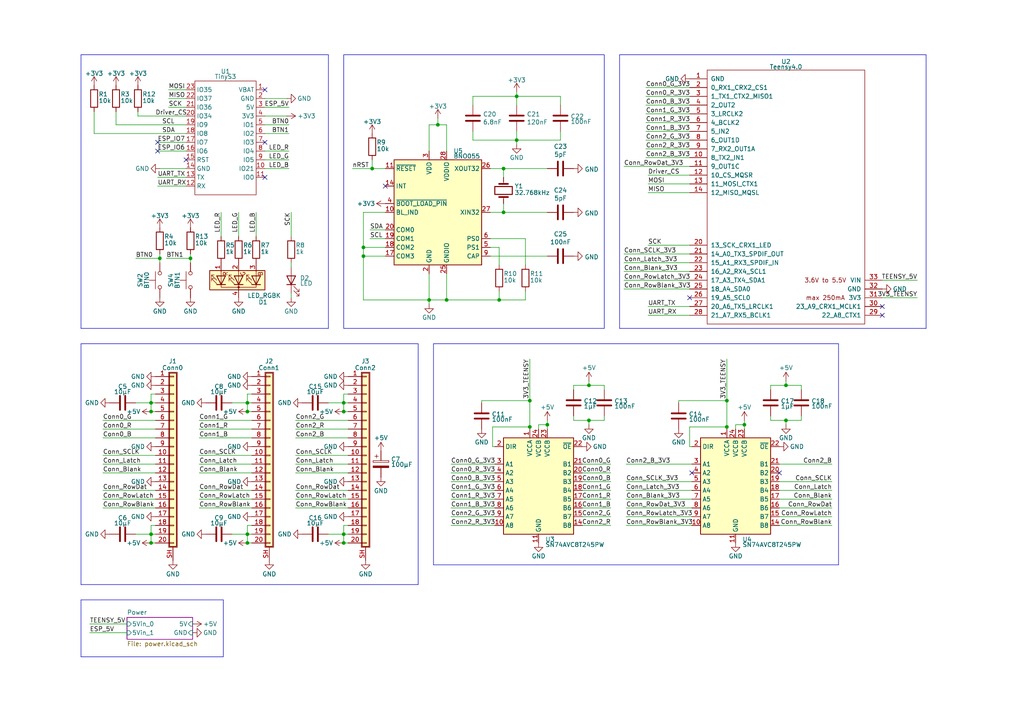
<source format=kicad_sch>
(kicad_sch (version 20220104) (generator eeschema)
  (paper "A4")
  (junction (at 43.815 119.38))
  (junction (at 105.41 71.755))
  (junction (at 71.755 116.84))
  (junction (at 153.67 123.825))
  (junction (at 99.695 154.94))
  (junction (at 149.86 27.94))
  (junction (at 71.755 119.38))
  (junction (at 149.86 40.64))
  (junction (at 170.815 111.76))
  (junction (at 46.355 74.93))
  (junction (at 146.05 61.595))
  (junction (at 105.41 74.295))
  (junction (at 99.695 119.38))
  (junction (at 107.95 48.895))
  (junction (at 144.78 86.995))
  (junction (at 124.46 86.995))
  (junction (at 210.82 116.205))
  (junction (at 227.965 121.92))
  (junction (at 43.815 116.84))
  (junction (at 215.9 123.19))
  (junction (at 210.82 123.825))
  (junction (at 99.695 116.84))
  (junction (at 127 36.195))
  (junction (at 43.815 154.94))
  (junction (at 55.245 74.93))
  (junction (at 129.54 86.995))
  (junction (at 153.67 116.205))
  (junction (at 146.05 48.895))
  (junction (at 43.815 157.48))
  (junction (at 71.755 157.48))
  (junction (at 71.755 154.94))
  (junction (at 170.815 121.92))
  (junction (at 227.965 111.76))
  (junction (at 99.695 157.48))
  (junction (at 158.75 123.19))
  (no_connect (at 200.66 137.16))
  (no_connect (at 200.025 86.36))
  (no_connect (at 53.975 46.355))
  (no_connect (at 45.72 41.275))
  (no_connect (at 45.72 43.815))
  (no_connect (at 226.06 137.16))
  (no_connect (at 111.76 53.975))
  (no_connect (at 76.835 26.035))
  (no_connect (at 255.905 91.44))
  (no_connect (at 255.905 88.9))
  (no_connect (at 76.835 41.275))
  (no_connect (at 76.835 51.435))
  (polyline (pts (xy 23.495 99.695) (xy 23.495 169.545)))
  (wire (pts (xy 124.46 86.995) (xy 124.46 79.375)))
  (wire (pts (xy 180.975 83.82) (xy 200.025 83.82)))
  (wire (pts (xy 162.56 27.94) (xy 149.86 27.94)))
  (wire (pts (xy 130.81 134.62) (xy 143.51 134.62)))
  (wire (pts (xy 43.815 119.38) (xy 43.815 116.84)))
  (wire (pts (xy 46.355 74.93) (xy 46.355 76.2)))
  (wire (pts (xy 29.845 127) (xy 45.085 127)))
  (wire (pts (xy 67.31 154.94) (xy 71.755 154.94)))
  (wire (pts (xy 105.41 61.595) (xy 105.41 71.755)))
  (wire (pts (xy 46.355 48.895) (xy 53.975 48.895)))
  (wire (pts (xy 57.785 134.62) (xy 73.025 134.62)))
  (wire (pts (xy 166.37 113.03) (xy 166.37 111.76)))
  (wire (pts (xy 43.815 157.48) (xy 43.815 154.94)))
  (wire (pts (xy 99.695 152.4) (xy 99.695 154.94)))
  (wire (pts (xy 129.54 36.195) (xy 129.54 43.815)))
  (wire (pts (xy 153.67 123.825) (xy 142.875 123.825)))
  (wire (pts (xy 129.54 86.995) (xy 144.78 86.995)))
  (wire (pts (xy 43.815 116.84) (xy 45.085 116.84)))
  (wire (pts (xy 170.815 111.76) (xy 175.26 111.76)))
  (wire (pts (xy 223.52 111.76) (xy 227.965 111.76)))
  (wire (pts (xy 232.41 111.76) (xy 232.41 113.03)))
  (wire (pts (xy 99.695 154.94) (xy 100.965 154.94)))
  (wire (pts (xy 241.3 149.86) (xy 226.06 149.86)))
  (wire (pts (xy 29.845 121.92) (xy 45.085 121.92)))
  (wire (pts (xy 29.845 134.62) (xy 45.085 134.62)))
  (wire (pts (xy 181.61 134.62) (xy 200.66 134.62)))
  (wire (pts (xy 177.165 149.86) (xy 168.91 149.86)))
  (wire (pts (xy 144.78 84.455) (xy 144.78 86.995)))
  (wire (pts (xy 95.25 116.84) (xy 99.695 116.84)))
  (wire (pts (xy 57.785 142.24) (xy 73.025 142.24)))
  (wire (pts (xy 196.85 116.205) (xy 196.85 116.84)))
  (wire (pts (xy 187.325 25.4) (xy 200.025 25.4)))
  (wire (pts (xy 85.725 144.78) (xy 100.965 144.78)))
  (wire (pts (xy 99.695 116.84) (xy 100.965 116.84)))
  (wire (pts (xy 241.3 134.62) (xy 226.06 134.62)))
  (wire (pts (xy 149.86 41.91) (xy 149.86 40.64)))
  (wire (pts (xy 99.695 114.3) (xy 99.695 116.84)))
  (polyline (pts (xy 23.495 99.695) (xy 121.285 99.695)))
  (wire (pts (xy 85.725 147.32) (xy 100.965 147.32)))
  (wire (pts (xy 142.24 48.895) (xy 146.05 48.895)))
  (wire (pts (xy 130.81 142.24) (xy 143.51 142.24)))
  (wire (pts (xy 142.875 129.54) (xy 143.51 129.54)))
  (wire (pts (xy 127 36.195) (xy 129.54 36.195)))
  (wire (pts (xy 158.75 121.92) (xy 158.75 123.19)))
  (wire (pts (xy 142.24 61.595) (xy 146.05 61.595)))
  (polyline (pts (xy 23.495 173.99) (xy 64.77 173.99)))
  (polyline (pts (xy 23.495 173.99) (xy 23.495 190.5)))
  (wire (pts (xy 149.86 27.94) (xy 149.86 26.67)))
  (polyline (pts (xy 121.285 99.695) (xy 121.285 169.545)))
  (wire (pts (xy 111.76 48.895) (xy 107.95 48.895)))
  (wire (pts (xy 210.82 116.205) (xy 210.82 123.825)))
  (wire (pts (xy 181.61 142.24) (xy 200.66 142.24)))
  (wire (pts (xy 215.9 123.19) (xy 213.36 123.19)))
  (wire (pts (xy 170.815 110.49) (xy 170.815 111.76)))
  (wire (pts (xy 166.37 111.76) (xy 170.815 111.76)))
  (wire (pts (xy 146.05 61.595) (xy 158.75 61.595)))
  (wire (pts (xy 187.325 35.56) (xy 200.025 35.56)))
  (wire (pts (xy 241.3 139.7) (xy 226.06 139.7)))
  (wire (pts (xy 124.46 36.195) (xy 127 36.195)))
  (wire (pts (xy 146.05 48.895) (xy 158.75 48.895)))
  (wire (pts (xy 99.695 157.48) (xy 99.695 154.94)))
  (wire (pts (xy 45.085 119.38) (xy 43.815 119.38)))
  (wire (pts (xy 166.37 121.92) (xy 170.815 121.92)))
  (wire (pts (xy 100.965 152.4) (xy 99.695 152.4)))
  (wire (pts (xy 111.76 66.675) (xy 107.315 66.675)))
  (wire (pts (xy 156.21 123.19) (xy 156.21 124.46)))
  (wire (pts (xy 180.975 76.2) (xy 200.025 76.2)))
  (wire (pts (xy 111.76 69.215) (xy 107.315 69.215)))
  (wire (pts (xy 127 34.29) (xy 127 36.195)))
  (wire (pts (xy 64.135 68.58) (xy 64.135 61.595)))
  (wire (pts (xy 73.025 114.3) (xy 71.755 114.3)))
  (wire (pts (xy 29.845 132.08) (xy 45.085 132.08)))
  (wire (pts (xy 124.46 88.265) (xy 124.46 86.995)))
  (wire (pts (xy 57.785 121.92) (xy 73.025 121.92)))
  (wire (pts (xy 53.975 33.655) (xy 40.005 33.655)))
  (wire (pts (xy 111.76 61.595) (xy 105.41 61.595)))
  (polyline (pts (xy 99.695 15.875) (xy 175.26 15.875)))
  (wire (pts (xy 83.82 48.895) (xy 76.835 48.895)))
  (wire (pts (xy 85.725 142.24) (xy 100.965 142.24)))
  (wire (pts (xy 175.26 121.92) (xy 175.26 120.65)))
  (wire (pts (xy 180.975 73.66) (xy 200.025 73.66)))
  (wire (pts (xy 227.965 121.92) (xy 232.41 121.92)))
  (wire (pts (xy 181.61 139.7) (xy 200.66 139.7)))
  (wire (pts (xy 162.56 30.48) (xy 162.56 27.94)))
  (wire (pts (xy 175.26 111.76) (xy 175.26 113.03)))
  (wire (pts (xy 130.81 152.4) (xy 143.51 152.4)))
  (wire (pts (xy 137.16 40.64) (xy 149.86 40.64)))
  (wire (pts (xy 129.54 79.375) (xy 129.54 86.995)))
  (wire (pts (xy 84.455 76.2) (xy 84.455 77.47)))
  (wire (pts (xy 111.76 74.295) (xy 105.41 74.295)))
  (wire (pts (xy 53.975 41.275) (xy 45.72 41.275)))
  (polyline (pts (xy 175.26 15.875) (xy 175.26 95.25)))
  (wire (pts (xy 26.035 183.515) (xy 36.83 183.515)))
  (wire (pts (xy 130.81 144.78) (xy 143.51 144.78)))
  (polyline (pts (xy 179.705 15.875) (xy 179.705 95.25)))
  (wire (pts (xy 177.165 142.24) (xy 168.91 142.24)))
  (wire (pts (xy 181.61 152.4) (xy 200.66 152.4)))
  (wire (pts (xy 43.815 152.4) (xy 43.815 154.94)))
  (wire (pts (xy 105.41 74.295) (xy 105.41 86.995)))
  (wire (pts (xy 107.95 48.895) (xy 102.235 48.895)))
  (wire (pts (xy 137.16 27.94) (xy 149.86 27.94)))
  (wire (pts (xy 227.965 121.92) (xy 227.965 123.19)))
  (wire (pts (xy 48.895 31.115) (xy 53.975 31.115)))
  (wire (pts (xy 45.085 152.4) (xy 43.815 152.4)))
  (wire (pts (xy 46.355 73.66) (xy 46.355 74.93)))
  (wire (pts (xy 71.755 152.4) (xy 71.755 154.94)))
  (polyline (pts (xy 268.605 15.875) (xy 268.605 95.25)))
  (wire (pts (xy 241.3 144.78) (xy 226.06 144.78)))
  (polyline (pts (xy 99.695 15.875) (xy 99.695 95.25)))
  (wire (pts (xy 73.025 152.4) (xy 71.755 152.4)))
  (wire (pts (xy 130.81 139.7) (xy 143.51 139.7)))
  (polyline (pts (xy 125.73 99.695) (xy 243.205 99.695)))
  (wire (pts (xy 27.305 32.385) (xy 27.305 38.735)))
  (wire (pts (xy 187.96 53.34) (xy 200.025 53.34)))
  (wire (pts (xy 48.895 28.575) (xy 53.975 28.575)))
  (polyline (pts (xy 95.25 15.875) (xy 95.25 95.25)))
  (wire (pts (xy 215.9 121.92) (xy 215.9 123.19)))
  (wire (pts (xy 45.085 157.48) (xy 43.815 157.48)))
  (wire (pts (xy 232.41 121.92) (xy 232.41 120.65)))
  (wire (pts (xy 187.96 55.88) (xy 200.025 55.88)))
  (wire (pts (xy 146.05 59.055) (xy 146.05 61.595)))
  (wire (pts (xy 124.46 86.995) (xy 129.54 86.995)))
  (wire (pts (xy 57.785 147.32) (xy 73.025 147.32)))
  (wire (pts (xy 57.785 137.16) (xy 73.025 137.16)))
  (wire (pts (xy 241.3 142.24) (xy 226.06 142.24)))
  (wire (pts (xy 162.56 40.64) (xy 162.56 38.1)))
  (wire (pts (xy 152.4 69.215) (xy 152.4 76.835)))
  (wire (pts (xy 223.52 120.65) (xy 223.52 121.92)))
  (wire (pts (xy 74.295 68.58) (xy 74.295 61.595)))
  (wire (pts (xy 144.78 76.835) (xy 144.78 71.755)))
  (polyline (pts (xy 64.77 173.99) (xy 64.77 190.5)))
  (wire (pts (xy 100.965 119.38) (xy 99.695 119.38)))
  (wire (pts (xy 105.41 86.995) (xy 124.46 86.995)))
  (wire (pts (xy 241.3 152.4) (xy 226.06 152.4)))
  (wire (pts (xy 142.24 69.215) (xy 152.4 69.215)))
  (wire (pts (xy 255.905 81.28) (xy 266.065 81.28)))
  (wire (pts (xy 29.845 142.24) (xy 45.085 142.24)))
  (wire (pts (xy 29.845 147.32) (xy 45.085 147.32)))
  (polyline (pts (xy 179.705 15.875) (xy 268.605 15.875)))
  (wire (pts (xy 152.4 84.455) (xy 152.4 86.995)))
  (wire (pts (xy 55.245 74.93) (xy 55.245 76.2)))
  (wire (pts (xy 71.755 119.38) (xy 71.755 116.84)))
  (wire (pts (xy 76.835 46.355) (xy 83.82 46.355)))
  (wire (pts (xy 210.82 123.825) (xy 200.025 123.825)))
  (wire (pts (xy 57.785 127) (xy 73.025 127)))
  (wire (pts (xy 39.37 116.84) (xy 43.815 116.84)))
  (wire (pts (xy 180.975 48.26) (xy 200.025 48.26)))
  (wire (pts (xy 177.165 134.62) (xy 168.91 134.62)))
  (wire (pts (xy 153.67 116.205) (xy 153.67 123.825)))
  (wire (pts (xy 187.96 50.8) (xy 200.025 50.8)))
  (wire (pts (xy 57.785 124.46) (xy 73.025 124.46)))
  (wire (pts (xy 111.76 71.755) (xy 105.41 71.755)))
  (wire (pts (xy 71.755 157.48) (xy 71.755 154.94)))
  (wire (pts (xy 187.325 30.48) (xy 200.025 30.48)))
  (wire (pts (xy 139.7 116.205) (xy 153.67 116.205)))
  (wire (pts (xy 177.165 137.16) (xy 168.91 137.16)))
  (wire (pts (xy 107.95 48.895) (xy 107.95 46.355)))
  (wire (pts (xy 55.245 74.93) (xy 48.26 74.93)))
  (wire (pts (xy 33.655 36.195) (xy 53.975 36.195)))
  (wire (pts (xy 187.325 40.64) (xy 200.025 40.64)))
  (wire (pts (xy 158.75 74.295) (xy 142.24 74.295)))
  (wire (pts (xy 85.725 121.92) (xy 100.965 121.92)))
  (wire (pts (xy 130.81 147.32) (xy 143.51 147.32)))
  (wire (pts (xy 223.52 121.92) (xy 227.965 121.92)))
  (wire (pts (xy 153.67 123.825) (xy 153.67 124.46)))
  (wire (pts (xy 187.325 43.18) (xy 200.025 43.18)))
  (wire (pts (xy 200.025 129.54) (xy 200.66 129.54)))
  (wire (pts (xy 57.785 144.78) (xy 73.025 144.78)))
  (wire (pts (xy 29.845 124.46) (xy 45.085 124.46)))
  (wire (pts (xy 84.455 61.595) (xy 84.455 68.58)))
  (wire (pts (xy 137.16 27.94) (xy 137.16 30.48)))
  (wire (pts (xy 149.86 40.64) (xy 162.56 40.64)))
  (wire (pts (xy 181.61 144.78) (xy 200.66 144.78)))
  (wire (pts (xy 33.655 36.195) (xy 33.655 32.385)))
  (wire (pts (xy 36.83 180.975) (xy 26.035 180.975)))
  (wire (pts (xy 241.3 147.32) (xy 226.06 147.32)))
  (polyline (pts (xy 268.605 95.25) (xy 179.705 95.25)))
  (wire (pts (xy 67.31 116.84) (xy 71.755 116.84)))
  (polyline (pts (xy 23.495 15.875) (xy 95.25 15.875)))
  (wire (pts (xy 43.815 154.94) (xy 45.085 154.94)))
  (wire (pts (xy 124.46 43.815) (xy 124.46 36.195)))
  (wire (pts (xy 71.755 114.3) (xy 71.755 116.84)))
  (wire (pts (xy 39.37 154.94) (xy 43.815 154.94)))
  (polyline (pts (xy 243.205 99.695) (xy 243.205 163.83)))
  (wire (pts (xy 153.67 104.14) (xy 153.67 116.205)))
  (wire (pts (xy 84.455 85.09) (xy 84.455 86.36)))
  (wire (pts (xy 100.965 114.3) (xy 99.695 114.3)))
  (wire (pts (xy 255.905 86.36) (xy 266.065 86.36)))
  (wire (pts (xy 139.7 116.205) (xy 139.7 116.84)))
  (wire (pts (xy 130.81 149.86) (xy 143.51 149.86)))
  (wire (pts (xy 100.965 157.48) (xy 99.695 157.48)))
  (polyline (pts (xy 23.495 15.875) (xy 23.495 95.25)))
  (wire (pts (xy 85.725 127) (xy 100.965 127)))
  (wire (pts (xy 53.975 53.975) (xy 45.72 53.975)))
  (wire (pts (xy 27.305 38.735) (xy 53.975 38.735)))
  (wire (pts (xy 76.835 43.815) (xy 83.82 43.815)))
  (polyline (pts (xy 243.205 163.83) (xy 125.73 163.83)))
  (wire (pts (xy 223.52 113.03) (xy 223.52 111.76)))
  (wire (pts (xy 73.025 119.38) (xy 71.755 119.38)))
  (wire (pts (xy 29.845 137.16) (xy 45.085 137.16)))
  (wire (pts (xy 166.37 120.65) (xy 166.37 121.92)))
  (wire (pts (xy 105.41 71.755) (xy 105.41 74.295)))
  (wire (pts (xy 99.695 119.38) (xy 99.695 116.84)))
  (wire (pts (xy 210.82 104.14) (xy 210.82 116.205)))
  (wire (pts (xy 71.755 116.84) (xy 73.025 116.84)))
  (wire (pts (xy 43.815 114.3) (xy 43.815 116.84)))
  (wire (pts (xy 158.75 123.19) (xy 158.75 124.46)))
  (polyline (pts (xy 64.77 190.5) (xy 23.495 190.5)))
  (polyline (pts (xy 175.26 95.25) (xy 99.695 95.25)))
  (wire (pts (xy 55.245 73.66) (xy 55.245 74.93)))
  (wire (pts (xy 215.9 123.19) (xy 215.9 124.46)))
  (wire (pts (xy 46.355 74.93) (xy 39.37 74.93)))
  (wire (pts (xy 177.165 152.4) (xy 168.91 152.4)))
  (wire (pts (xy 85.725 134.62) (xy 100.965 134.62)))
  (wire (pts (xy 53.975 51.435) (xy 45.72 51.435)))
  (polyline (pts (xy 95.25 95.25) (xy 23.495 95.25)))
  (wire (pts (xy 142.875 123.825) (xy 142.875 129.54)))
  (wire (pts (xy 187.325 33.02) (xy 200.025 33.02)))
  (wire (pts (xy 196.85 116.205) (xy 210.82 116.205)))
  (wire (pts (xy 40.005 33.655) (xy 40.005 32.385)))
  (wire (pts (xy 187.325 38.1) (xy 200.025 38.1)))
  (wire (pts (xy 83.82 31.115) (xy 76.835 31.115)))
  (wire (pts (xy 213.36 123.19) (xy 213.36 124.46)))
  (wire (pts (xy 48.895 26.035) (xy 53.975 26.035)))
  (wire (pts (xy 76.835 36.195) (xy 83.82 36.195)))
  (wire (pts (xy 227.965 110.49) (xy 227.965 111.76)))
  (wire (pts (xy 83.185 33.655) (xy 76.835 33.655)))
  (wire (pts (xy 181.61 147.32) (xy 200.66 147.32)))
  (wire (pts (xy 177.165 139.7) (xy 168.91 139.7)))
  (wire (pts (xy 149.86 40.64) (xy 149.86 38.1)))
  (wire (pts (xy 85.725 132.08) (xy 100.965 132.08)))
  (wire (pts (xy 71.755 154.94) (xy 73.025 154.94)))
  (wire (pts (xy 69.215 68.58) (xy 69.215 61.595)))
  (wire (pts (xy 227.965 111.76) (xy 232.41 111.76)))
  (wire (pts (xy 177.165 144.78) (xy 168.91 144.78)))
  (wire (pts (xy 187.96 88.9) (xy 200.025 88.9)))
  (wire (pts (xy 158.75 123.19) (xy 156.21 123.19)))
  (wire (pts (xy 137.16 38.1) (xy 137.16 40.64)))
  (wire (pts (xy 187.96 71.12) (xy 200.025 71.12)))
  (wire (pts (xy 181.61 149.86) (xy 200.66 149.86)))
  (wire (pts (xy 53.975 43.815) (xy 45.72 43.815)))
  (wire (pts (xy 187.325 45.72) (xy 200.025 45.72)))
  (wire (pts (xy 95.25 154.94) (xy 99.695 154.94)))
  (wire (pts (xy 170.815 121.92) (xy 170.815 123.19)))
  (wire (pts (xy 187.325 27.94) (xy 200.025 27.94)))
  (wire (pts (xy 146.05 51.435) (xy 146.05 48.895)))
  (wire (pts (xy 76.835 38.735) (xy 83.82 38.735)))
  (wire (pts (xy 144.78 86.995) (xy 152.4 86.995)))
  (polyline (pts (xy 125.73 99.695) (xy 125.73 163.83)))
  (wire (pts (xy 180.975 78.74) (xy 200.025 78.74)))
  (wire (pts (xy 57.785 132.08) (xy 73.025 132.08)))
  (wire (pts (xy 177.165 147.32) (xy 168.91 147.32)))
  (polyline (pts (xy 121.285 169.545) (xy 23.495 169.545)))
  (wire (pts (xy 149.86 30.48) (xy 149.86 27.94)))
  (wire (pts (xy 200.025 123.825) (xy 200.025 129.54)))
  (wire (pts (xy 83.185 28.575) (xy 76.835 28.575)))
  (wire (pts (xy 130.81 137.16) (xy 143.51 137.16)))
  (wire (pts (xy 210.82 123.825) (xy 210.82 124.46)))
  (wire (pts (xy 29.845 144.78) (xy 45.085 144.78)))
  (wire (pts (xy 187.96 91.44) (xy 200.025 91.44)))
  (wire (pts (xy 85.725 137.16) (xy 100.965 137.16)))
  (wire (pts (xy 144.78 71.755) (xy 142.24 71.755)))
  (wire (pts (xy 45.085 114.3) (xy 43.815 114.3)))
  (wire (pts (xy 85.725 124.46) (xy 100.965 124.46)))
  (wire (pts (xy 180.975 81.28) (xy 200.025 81.28)))
  (wire (pts (xy 170.815 121.92) (xy 175.26 121.92)))
  (wire (pts (xy 73.025 157.48) (xy 71.755 157.48)))
  (label "Conn1_B" (at 57.785 127 0))
  (label "Driver_CS" (at 187.96 50.8 0))
  (label "SCK" (at 48.895 31.115 0))
  (label "Conn_Latch_3V3" (at 181.61 142.24 0))
  (label "Conn2_G_3V3" (at 130.81 149.86 0))
  (label "Conn_SCLK_3V3" (at 180.975 73.66 0))
  (label "Conn_RowBlank" (at 29.845 147.32 0))
  (label "Conn1_G_3V3" (at 130.81 142.24 0))
  (label "Conn0_B" (at 29.845 127 0))
  (label "nRST" (at 102.235 48.895 0))
  (label "Conn_SCLK" (at 57.785 132.08 0))
  (label "Conn2_R_3V3" (at 130.81 152.4 0))
  (label "ESP_IO7" (at 45.72 41.275 0))
  (label "Conn2_B" (at 241.3 134.62 0))
  (label "SDA" (at 46.99 38.735 0))
  (label "Conn_RowBlank" (at 241.3 152.4 0))
  (label "BTN0" (at 83.82 36.195 0))
  (label "LED_G" (at 83.82 46.355 0))
  (label "LED_R" (at 64.135 61.595 90))
  (label "Conn_Blank" (at 85.725 137.16 0))
  (label "Conn2_G" (at 177.165 149.86 0))
  (label "MISO" (at 48.895 28.575 0))
  (label "Conn_Blank_3V3" (at 180.975 78.74 0))
  (label "LED_B" (at 83.82 48.895 0))
  (label "Conn_Latch" (at 57.785 134.62 0))
  (label "Conn1_G" (at 57.785 121.92 0))
  (label "Conn_RowDat" (at 57.785 142.24 0))
  (label "Conn_RowLatch" (at 57.785 144.78 0))
  (label "Conn0_R" (at 29.845 124.46 0))
  (label "Conn1_R" (at 177.165 144.78 0))
  (label "SDA" (at 107.315 66.675 0))
  (label "Conn1_B" (at 177.165 147.32 0))
  (label "UART_RX" (at 187.96 91.44 0))
  (label "Conn_Blank_3V3" (at 181.61 144.78 0))
  (label "SCK" (at 187.96 71.12 0))
  (label "Conn_Latch" (at 29.845 134.62 0))
  (label "Conn2_R" (at 85.725 124.46 0))
  (label "UART_TX" (at 45.72 51.435 0))
  (label "BTN0" (at 39.37 74.93 0))
  (label "Conn2_B" (at 85.725 127 0))
  (label "Conn0_R_3V3" (at 130.81 137.16 0))
  (label "BTN1" (at 48.26 74.93 0))
  (label "SCL" (at 46.99 36.195 0))
  (label "Conn_SCLK" (at 29.845 132.08 0))
  (label "3V3_TEENSY" (at 210.82 104.14 90))
  (label "Driver_CS" (at 45.085 33.655 0))
  (label "Conn1_R_3V3" (at 130.81 144.78 0))
  (label "Conn2_B_3V3" (at 187.325 45.72 0))
  (label "Conn0_G" (at 29.845 121.92 0))
  (label "Conn2_R_3V3" (at 187.325 43.18 0))
  (label "Conn_SCLK" (at 241.3 139.7 0))
  (label "Conn1_B_3V3" (at 130.81 147.32 0))
  (label "LED_G" (at 69.215 61.595 90))
  (label "Conn1_R" (at 57.785 124.46 0))
  (label "LED_R" (at 83.82 43.815 0))
  (label "Conn2_G" (at 85.725 121.92 0))
  (label "UART_TX" (at 187.96 88.9 0))
  (label "Conn1_B_3V3" (at 187.325 38.1 0))
  (label "Conn1_R_3V3" (at 187.325 35.56 0))
  (label "Conn_RowDat" (at 29.845 142.24 0))
  (label "SCK" (at 84.455 61.595 90))
  (label "Conn_RowLatch" (at 29.845 144.78 0))
  (label "Conn_SCLK_3V3" (at 181.61 139.7 0))
  (label "Conn_RowDat" (at 241.3 147.32 0))
  (label "Conn0_B_3V3" (at 187.325 30.48 0))
  (label "Conn_RowDat" (at 85.725 142.24 0))
  (label "Conn_Blank" (at 57.785 137.16 0))
  (label "3V3_TEENSY" (at 153.67 104.14 90))
  (label "Conn0_R" (at 177.165 137.16 0))
  (label "Conn_RowBlank" (at 85.725 147.32 0))
  (label "Conn_RowLatch_3V3" (at 180.975 81.28 0))
  (label "Conn_Latch" (at 85.725 134.62 0))
  (label "Conn_RowLatch" (at 85.725 144.78 0))
  (label "Conn_Blank" (at 241.3 144.78 0))
  (label "Conn0_G_3V3" (at 130.81 134.62 0))
  (label "Conn_RowDat_3V3" (at 180.975 48.26 0))
  (label "MOSI" (at 48.895 26.035 0))
  (label "BTN1" (at 83.82 38.735 0))
  (label "Conn1_G" (at 177.165 142.24 0))
  (label "Conn_Blank" (at 29.845 137.16 0))
  (label "Conn2_G_3V3" (at 187.325 40.64 0))
  (label "TEENSY_5V" (at 266.065 81.28 0))
  (label "Conn0_B" (at 177.165 139.7 0))
  (label "Conn_SCLK" (at 85.725 132.08 0))
  (label "Conn2_B_3V3" (at 181.61 134.62 0))
  (label "Conn1_G_3V3" (at 187.325 33.02 0))
  (label "Conn0_G_3V3" (at 187.325 25.4 0))
  (label "TEENSY_5V" (at 26.035 180.975 0))
  (label "Conn_Latch" (at 241.3 142.24 0))
  (label "ESP_5V" (at 83.82 31.115 0))
  (label "Conn_Latch_3V3" (at 180.975 76.2 0))
  (label "Conn0_R_3V3" (at 187.325 27.94 0))
  (label "Conn_RowLatch_3V3" (at 181.61 149.86 0))
  (label "3V3_TEENSY" (at 266.065 86.36 0))
  (label "Conn0_B_3V3" (at 130.81 139.7 0))
  (label "ESP_IO6" (at 45.72 43.815 0))
  (label "Conn0_G" (at 177.165 134.62 0))
  (label "LED_B" (at 74.295 61.595 90))
  (label "Conn_RowBlank_3V3" (at 180.975 83.82 0))
  (label "Conn_RowBlank_3V3" (at 181.61 152.4 0))
  (label "Conn_RowBlank" (at 57.785 147.32 0))
  (label "Conn_RowDat_3V3" (at 181.61 147.32 0))
  (label "MISO" (at 187.96 55.88 0))
  (label "MOSI" (at 187.96 53.34 0))
  (label "ESP_5V" (at 26.035 183.515 0))
  (label "UART_RX" (at 45.72 53.975 0))
  (label "Conn_RowLatch" (at 241.3 149.86 0))
  (label "SCL" (at 107.315 69.215 0))
  (label "Conn2_R" (at 177.165 152.4 0))
  (symbol (lib_id "power:+5V") (at 215.9 121.92 0) (unit 1)
    (property "Reference" "#PWR0105" (effects hide))
    (property "Value" "+5V" (at 215.9 118.11 0))
  )
  (symbol (lib_id "Connector_Generic_Shielded:Conn_01x20_Shielded") (at 78.105 132.08 0) (unit 1)
    (property "Reference" "J2" (at 76.835 104.775 0) (effects (justify left)))
    (property "Value" "Conn1" (at 74.93 106.68 0) (effects (justify left)))
    (property "Footprint" "FH12-20S-0.5SVA_54:HRS_FH12-20S-0.5SVA(54)" (effects hide))
  )
  (symbol (lib_id "Device:C") (at 175.26 116.84 0) (unit 1)
    (property "Reference" "C13" (at 178.181 116.3193 0) (effects (justify left)))
    (property "Value" "100nF" (at 178.181 117.8433 0) (effects (justify left)))
    (property "Footprint" "Capacitor_SMD:C_0603_1608Metric" (effects hide))
  )
  (symbol (lib_id "power:GND") (at 227.965 123.19 0) (unit 1)
    (property "Reference" "#PWR036" (effects hide))
    (property "Value" "GND" (at 227.965 127 0))
  )
  (symbol (lib_id "power:GND") (at 55.245 86.36 0) (unit 1)
    (property "Reference" "#PWR0132" (effects hide))
    (property "Value" "GND" (at 55.245 90.297 0))
  )
  (symbol (lib_id "Device:C") (at 166.37 116.84 180) (unit 1)
    (property "Reference" "C12" (at 169.291 116.3193 0) (effects (justify right)))
    (property "Value" "1μF" (at 169.291 117.8433 0) (effects (justify right)))
    (property "Footprint" "Capacitor_SMD:C_0603_1608Metric" (effects hide))
  )
  (symbol (lib_id "Device:C") (at 223.52 116.84 180) (unit 1)
    (property "Reference" "C17" (at 226.441 116.3193 0) (effects (justify right)))
    (property "Value" "1μF" (at 226.441 117.8433 0) (effects (justify right)))
    (property "Footprint" "Capacitor_SMD:C_0603_1608Metric" (effects hide))
  )
  (symbol (lib_id "Device:R") (at 74.295 72.39 0) (unit 1)
    (property "Reference" "R7" (at 75.565 71.12 0) (effects (justify left)))
    (property "Value" "1k" (at 75.565 73.025 0) (effects (justify left)))
    (property "Footprint" "Resistor_SMD:R_0603_1608Metric" (effects hide))
  )
  (symbol (lib_id "power:GND") (at 170.815 123.19 0) (unit 1)
    (property "Reference" "#PWR030" (effects hide))
    (property "Value" "GND" (at 170.815 127 0))
  )
  (symbol (lib_id "power:+3V3") (at 46.355 66.04 0) (unit 1)
    (property "Reference" "#PWR0136" (effects hide))
    (property "Value" "+3V3" (at 46.355 62.5856 0))
  )
  (symbol (lib_id "Device:R") (at 64.135 72.39 0) (unit 1)
    (property "Reference" "R5" (at 65.405 71.12 0) (effects (justify left)))
    (property "Value" "1k" (at 65.405 73.025 0) (effects (justify left)))
    (property "Footprint" "Resistor_SMD:R_0603_1608Metric" (effects hide))
  )
  (symbol (lib_id "power:GND") (at 73.025 149.86 270) (unit 1)
    (property "Reference" "#PWR0120" (effects hide))
    (property "Value" "GND" (at 67.945 149.86 90))
  )
  (symbol (lib_id "Sensor_Motion:BNO055") (at 127 61.595 0) (unit 1)
    (property "Reference" "U5" (at 131.4959 43.7896 0) (effects (justify left)))
    (property "Value" "BNO055" (at 131.4959 45.3136 0) (effects (justify left)))
    (property "Footprint" "Package_LGA:LGA-28_5.2x3.8mm_P0.5mm" (effects hide))
    (property "Datasheet" "https://ae-bst.resource.bosch.com/media/_tech/media/datasheets/BST_BNO055_DS000_14.pdf" (effects hide))
  )
  (symbol (lib_id "power:+5V") (at 43.815 119.38 90) (unit 1)
    (property "Reference" "#PWR06" (effects hide))
    (property "Value" "+5V" (at 38.735 119.38 90))
  )
  (symbol (lib_id "power:+5V") (at 55.88 180.975 270) (unit 1)
    (property "Reference" "#PWR021" (effects hide))
    (property "Value" "+5V" (at 60.96 180.975 90))
  )
  (symbol (lib_id "power:GND") (at 200.025 22.86 270) (unit 1)
    (property "Reference" "#PWR024" (effects hide))
    (property "Value" "GND" (at 194.945 22.86 90))
  )
  (symbol (lib_id "power:+5V") (at 71.755 119.38 90) (unit 1)
    (property "Reference" "#PWR015" (effects hide))
    (property "Value" "+5V" (at 66.675 119.38 90))
  )
  (symbol (lib_id "power:+3V3") (at 83.185 33.655 270) (unit 1)
    (property "Reference" "#PWR0112" (effects hide))
    (property "Value" "+3V3" (at 88.9 33.655 90))
  )
  (symbol (lib_id "Device:C") (at 137.16 34.29 0) (unit 1)
    (property "Reference" "C20" (at 140.081 33.1216 0) (effects (justify left)))
    (property "Value" "6.8nF" (at 140.081 35.433 0) (effects (justify left)))
    (property "Footprint" "Capacitor_SMD:C_0603_1608Metric" (effects hide))
  )
  (symbol (lib_id "power:GND") (at 166.37 48.895 90) (unit 1)
    (property "Reference" "#PWR0111" (effects hide))
    (property "Value" "GND" (at 169.545 49.1363 90) (effects (justify right)))
  )
  (symbol (lib_id "power:GND") (at 110.49 138.43 0) (unit 1)
    (property "Reference" "#PWR012" (effects hide))
    (property "Value" "GND" (at 110.49 142.367 0))
  )
  (symbol (lib_id "power:+5V") (at 170.815 110.49 0) (unit 1)
    (property "Reference" "#PWR029" (effects hide))
    (property "Value" "+5V" (at 170.815 106.68 0))
  )
  (symbol (lib_id "power:GND") (at 156.21 157.48 0) (unit 1)
    (property "Reference" "#PWR0107" (effects hide))
    (property "Value" "GND" (at 156.21 161.29 0))
  )
  (symbol (lib_id "Device:R") (at 152.4 80.645 0) (unit 1)
    (property "Reference" "R11" (at 153.67 79.375 0) (effects (justify left)))
    (property "Value" "10k" (at 153.67 81.28 0) (effects (justify left)))
    (property "Footprint" "Resistor_SMD:R_0603_1608Metric" (effects hide))
  )
  (symbol (lib_id "power:GND") (at 100.965 129.54 270) (unit 1)
    (property "Reference" "#PWR041" (effects hide))
    (property "Value" "GND" (at 95.885 129.54 90))
  )
  (symbol (lib_id "power:+5V") (at 71.755 157.48 90) (unit 1)
    (property "Reference" "#PWR016" (effects hide))
    (property "Value" "+5V" (at 66.675 157.48 90))
  )
  (symbol (lib_id "power:GND") (at 78.105 162.56 0) (unit 1)
    (property "Reference" "#PWR019" (effects hide))
    (property "Value" "GND" (at 78.105 166.497 0))
  )
  (symbol (lib_id "Device:C") (at 63.5 154.94 90) (unit 1)
    (property "Reference" "C9" (at 63.5 150.2156 90))
    (property "Value" "10μF" (at 63.5 151.7396 90))
    (property "Footprint" "Capacitor_SMD:C_0603_1608Metric" (effects hide))
  )
  (symbol (lib_id "power:GND") (at 73.025 111.76 270) (unit 1)
    (property "Reference" "#PWR018" (effects hide))
    (property "Value" "GND" (at 67.945 111.76 90))
  )
  (symbol (lib_id "Device:C") (at 162.56 34.29 0) (unit 1)
    (property "Reference" "C22" (at 165.481 33.7693 0) (effects (justify left)))
    (property "Value" "100nF" (at 165.481 35.2933 0) (effects (justify left)))
    (property "Footprint" "Capacitor_SMD:C_0603_1608Metric" (effects hide))
  )
  (symbol (lib_id "power:GND") (at 59.69 154.94 270) (unit 1)
    (property "Reference" "#PWR014" (effects hide))
    (property "Value" "GND" (at 54.61 154.94 90))
  )
  (symbol (lib_id "Device:R") (at 84.455 72.39 0) (unit 1)
    (property "Reference" "R8" (at 85.725 71.12 0) (effects (justify left)))
    (property "Value" "1k" (at 85.725 73.025 0) (effects (justify left)))
    (property "Footprint" "Resistor_SMD:R_0603_1608Metric" (effects hide))
  )
  (symbol (lib_id "power:+3V3") (at 127 34.29 0) (unit 1)
    (property "Reference" "#PWR0127" (effects hide))
    (property "Value" "+3V3" (at 127 30.8356 0))
  )
  (symbol (lib_id "teensy:Teensy4.0_EdgesOnly") (at 227.965 57.15 0) (unit 1)
    (property "Reference" "U2" (at 227.965 17.8816 0))
    (property "Value" "Teensy4.0" (at 227.965 19.4056 0))
    (property "Footprint" "teensy:Teensy40_EdgesOnly" (effects hide))
  )
  (symbol (lib_id "Device:C") (at 162.56 74.295 90) (unit 1)
    (property "Reference" "C25" (at 162.56 67.8942 90))
    (property "Value" "100nF" (at 162.56 70.2056 90))
    (property "Footprint" "Capacitor_SMD:C_0603_1608Metric" (effects hide))
  )
  (symbol (lib_id "power:+5V") (at 158.75 121.92 0) (unit 1)
    (property "Reference" "#PWR0114" (effects hide))
    (property "Value" "+5V" (at 158.75 118.11 0))
  )
  (symbol (lib_id "power:GND") (at 46.355 48.895 270) (unit 1)
    (property "Reference" "#PWR0113" (effects hide))
    (property "Value" "GND" (at 41.275 48.895 90))
  )
  (symbol (lib_id "power:GND") (at 55.88 183.515 90) (unit 1)
    (property "Reference" "#PWR020" (effects hide))
    (property "Value" "GND" (at 60.96 183.515 90))
  )
  (symbol (lib_id "Device:C") (at 91.44 154.94 90) (unit 1)
    (property "Reference" "C16" (at 91.44 150.2156 90))
    (property "Value" "10μF" (at 91.44 151.7396 90))
    (property "Footprint" "Capacitor_SMD:C_0603_1608Metric" (effects hide))
  )
  (symbol (lib_id "Device:R") (at 144.78 80.645 0) (unit 1)
    (property "Reference" "R10" (at 146.05 79.375 0) (effects (justify left)))
    (property "Value" "10k" (at 146.05 81.28 0) (effects (justify left)))
    (property "Footprint" "Resistor_SMD:R_0603_1608Metric" (effects hide))
  )
  (symbol (lib_id "Device:Crystal") (at 146.05 55.245 90) (unit 1)
    (property "Reference" "Y1" (at 149.225 53.975 90) (effects (justify right)))
    (property "Value" "32.768kHz" (at 149.225 55.88 90) (effects (justify right)))
    (property "Footprint" "Crystal:Crystal_SMD_3215-2Pin_3.2x1.5mm" (effects hide))
    (property "Datasheet" "https://www.digikey.co.uk/en/products/detail/epson/FC-135-32-7680KA-AG5/5261102" (effects hide))
  )
  (symbol (lib_id "Connector_Generic_Shielded:Conn_01x20_Shielded") (at 106.045 132.08 0) (unit 1)
    (property "Reference" "J3" (at 104.775 104.775 0) (effects (justify left)))
    (property "Value" "Conn2" (at 102.87 106.68 0) (effects (justify left)))
    (property "Footprint" "FH12-20S-0.5SVA_54:HRS_FH12-20S-0.5SVA(54)" (effects hide))
  )
  (symbol (lib_id "power:+3V3") (at 27.305 24.765 0) (unit 1)
    (property "Reference" "#PWR0139" (effects hide))
    (property "Value" "+3V3" (at 27.305 21.3106 0))
  )
  (symbol (lib_id "Logic_LevelTranslator:SN74AVC8T245PW") (at 213.36 139.7 0) (unit 1)
    (property "Reference" "U4" (at 215.3159 156.464 0) (effects (justify left)))
    (property "Value" "SN74AVC8T245PW" (at 215.3159 157.988 0) (effects (justify left)))
    (property "Footprint" "Package_SO:TSSOP-24_4.4x7.8mm_P0.65mm" (effects hide))
    (property "Datasheet" "https://www.ti.com/lit/ds/symlink/sn74avc8t245.pdf" (effects hide))
  )
  (symbol (lib_id "power:GND") (at 100.965 111.76 270) (unit 1)
    (property "Reference" "#PWR040" (effects hide))
    (property "Value" "GND" (at 95.885 111.76 90))
  )
  (symbol (lib_id "Device:R") (at 33.655 28.575 0) (unit 1)
    (property "Reference" "R3" (at 34.925 27.305 0) (effects (justify left)))
    (property "Value" "10k" (at 34.925 29.21 0) (effects (justify left)))
    (property "Footprint" "Resistor_SMD:R_0603_1608Metric" (effects hide))
  )
  (symbol (lib_id "Device:C") (at 139.7 120.65 0) (unit 1)
    (property "Reference" "C11" (at 142.621 120.1293 0) (effects (justify left)))
    (property "Value" "100nF" (at 142.621 121.6533 0) (effects (justify left)))
    (property "Footprint" "Capacitor_SMD:C_0603_1608Metric" (effects hide))
  )
  (symbol (lib_id "power:+5V") (at 99.695 157.48 90) (unit 1)
    (property "Reference" "#PWR038" (effects hide))
    (property "Value" "+5V" (at 94.615 157.48 90))
  )
  (symbol (lib_id "power:+5V") (at 43.815 157.48 90) (unit 1)
    (property "Reference" "#PWR07" (effects hide))
    (property "Value" "+5V" (at 38.735 157.48 90))
  )
  (symbol (lib_id "Device:C") (at 149.86 34.29 0) (unit 1)
    (property "Reference" "C21" (at 152.781 33.1216 0) (effects (justify left)))
    (property "Value" "120nF" (at 152.781 35.433 0) (effects (justify left)))
    (property "Footprint" "Capacitor_SMD:C_0603_1608Metric" (effects hide))
  )
  (symbol (lib_id "Switch:SW_Push") (at 55.245 81.28 90) (unit 1)
    (property "Reference" "SW4" (at 49.53 81.28 0))
    (property "Value" "BTN1" (at 51.435 81.28 0))
    (property "Footprint" "PTS841:PTS841_GKP" (effects hide))
  )
  (symbol (lib_id "power:GND") (at 45.085 149.86 270) (unit 1)
    (property "Reference" "#PWR0123" (effects hide))
    (property "Value" "GND" (at 40.005 149.86 90))
  )
  (symbol (lib_id "TinyS3:TinyS3_Symbol") (at 65.405 40.005 0) (unit 1)
    (property "Reference" "U1" (at 65.405 20.701 0))
    (property "Value" "TinyS3" (at 65.405 22.225 0))
    (property "Footprint" "footprints:TinyS3" (effects hide))
    (property "Datasheet" "https://esp32s3.com/tinys3.html" (effects hide))
  )
  (symbol (lib_id "power:GND") (at 50.165 162.56 0) (unit 1)
    (property "Reference" "#PWR010" (effects hide))
    (property "Value" "GND" (at 50.165 166.497 0))
  )
  (symbol (lib_id "power:GND") (at 166.37 74.295 90) (unit 1)
    (property "Reference" "#PWR0110" (effects hide))
    (property "Value" "GND" (at 169.545 74.5363 90) (effects (justify right)))
  )
  (symbol (lib_id "power:GND") (at 139.7 124.46 0) (unit 1)
    (property "Reference" "#PWR028" (effects hide))
    (property "Value" "GND" (at 139.7 128.27 0))
  )
  (symbol (lib_id "Device:C") (at 91.44 116.84 90) (unit 1)
    (property "Reference" "C15" (at 91.44 112.1156 90))
    (property "Value" "10μF" (at 91.44 113.6396 90))
    (property "Footprint" "Capacitor_SMD:C_0603_1608Metric" (effects hide))
  )
  (symbol (lib_id "Device:C") (at 196.85 120.65 0) (unit 1)
    (property "Reference" "C14" (at 199.771 120.1293 0) (effects (justify left)))
    (property "Value" "100nF" (at 199.771 121.6533 0) (effects (justify left)))
    (property "Footprint" "Capacitor_SMD:C_0603_1608Metric" (effects hide))
  )
  (symbol (lib_id "power:GND") (at 73.025 139.7 270) (unit 1)
    (property "Reference" "#PWR0122" (effects hide))
    (property "Value" "GND" (at 67.945 139.7 90))
  )
  (symbol (lib_id "power:GND") (at 31.75 154.94 270) (unit 1)
    (property "Reference" "#PWR05" (effects hide))
    (property "Value" "GND" (at 26.67 154.94 90))
  )
  (symbol (lib_id "power:GND") (at 46.355 86.36 0) (unit 1)
    (property "Reference" "#PWR0137" (effects hide))
    (property "Value" "GND" (at 46.355 90.297 0))
  )
  (symbol (lib_id "power:GND") (at 149.86 41.91 0) (unit 1)
    (property "Reference" "#PWR0128" (effects hide))
    (property "Value" "GND" (at 149.86 45.72 0))
  )
  (symbol (lib_id "power:+3V3") (at 40.005 24.765 0) (unit 1)
    (property "Reference" "#PWR0141" (effects hide))
    (property "Value" "+3V3" (at 40.005 21.3106 0))
  )
  (symbol (lib_id "power:GND") (at 59.69 116.84 270) (unit 1)
    (property "Reference" "#PWR013" (effects hide))
    (property "Value" "GND" (at 54.61 116.84 90))
  )
  (symbol (lib_id "power:+3V3") (at 55.245 66.04 0) (unit 1)
    (property "Reference" "#PWR0135" (effects hide))
    (property "Value" "+3V3" (at 55.245 62.5856 0))
  )
  (symbol (lib_id "power:GND") (at 100.965 149.86 270) (unit 1)
    (property "Reference" "#PWR043" (effects hide))
    (property "Value" "GND" (at 95.885 149.86 90))
  )
  (symbol (lib_id "Device:R") (at 46.355 69.85 0) (unit 1)
    (property "Reference" "R4" (at 47.625 68.58 0) (effects (justify left)))
    (property "Value" "10k" (at 47.625 70.485 0) (effects (justify left)))
    (property "Footprint" "Resistor_SMD:R_0603_1608Metric" (effects hide))
  )
  (symbol (lib_id "power:GND") (at 69.215 86.36 0) (unit 1)
    (property "Reference" "#PWR0133" (effects hide))
    (property "Value" "GND" (at 69.215 90.297 0))
  )
  (symbol (lib_id "power:GND") (at 106.045 162.56 0) (unit 1)
    (property "Reference" "#PWR044" (effects hide))
    (property "Value" "GND" (at 106.045 166.497 0))
  )
  (symbol (lib_id "power:+3V3") (at 149.86 26.67 0) (unit 1)
    (property "Reference" "#PWR0129" (effects hide))
    (property "Value" "+3V3" (at 149.86 23.2156 0))
  )
  (symbol (lib_id "power:GND") (at 100.965 139.7 270) (unit 1)
    (property "Reference" "#PWR042" (effects hide))
    (property "Value" "GND" (at 95.885 139.7 90))
  )
  (symbol (lib_id "power:GND") (at 83.185 28.575 90) (unit 1)
    (property "Reference" "#PWR0106" (effects hide))
    (property "Value" "GND" (at 88.265 28.575 90))
  )
  (symbol (lib_id "Device:R") (at 55.245 69.85 0) (unit 1)
    (property "Reference" "R13" (at 56.515 68.58 0) (effects (justify left)))
    (property "Value" "10k" (at 56.515 70.485 0) (effects (justify left)))
    (property "Footprint" "Resistor_SMD:R_0603_1608Metric" (effects hide))
  )
  (symbol (lib_id "Device:LED_RGBK") (at 69.215 81.28 90) (unit 1)
    (property "Reference" "D1" (at 74.93 87.63 90) (effects (justify right)))
    (property "Value" "LED_RGBK" (at 71.755 85.725 90) (effects (justify right)))
    (property "Footprint" "LED_SMD:LED_Kingbright_AAA3528ESGCT" (effects hide))
    (property "Datasheet" "https://www.digikey.co.uk/en/products/detail/sunled/XZM2CRKM2DGFBB45SCCB/5001325" (effects hide))
  )
  (symbol (lib_id "power:+5V") (at 110.49 130.81 0) (unit 1)
    (property "Reference" "#PWR011" (effects hide))
    (property "Value" "+5V" (at 110.49 127 0))
  )
  (symbol (lib_id "power:GND") (at 213.36 157.48 0) (unit 1)
    (property "Reference" "#PWR0104" (effects hide))
    (property "Value" "GND" (at 213.36 161.29 0))
  )
  (symbol (lib_id "power:GND") (at 45.085 111.76 270) (unit 1)
    (property "Reference" "#PWR09" (effects hide))
    (property "Value" "GND" (at 40.005 111.76 90))
  )
  (symbol (lib_id "power:GND") (at 196.85 124.46 0) (unit 1)
    (property "Reference" "#PWR032" (effects hide))
    (property "Value" "GND" (at 196.85 128.27 0))
  )
  (symbol (lib_id "power:GND") (at 100.965 109.22 270) (unit 1)
    (property "Reference" "#PWR039" (effects hide))
    (property "Value" "GND" (at 95.885 109.22 90))
  )
  (symbol (lib_id "Device:C") (at 35.56 116.84 90) (unit 1)
    (property "Reference" "C5" (at 35.56 112.1156 90))
    (property "Value" "10μF" (at 35.56 113.6396 90))
    (property "Footprint" "Capacitor_SMD:C_0603_1608Metric" (effects hide))
  )
  (symbol (lib_id "power:GND") (at 84.455 86.36 0) (unit 1)
    (property "Reference" "#PWR0134" (effects hide))
    (property "Value" "GND" (at 84.455 90.297 0))
  )
  (symbol (lib_id "Device:C") (at 232.41 116.84 0) (unit 1)
    (property "Reference" "C18" (at 235.331 116.3193 0) (effects (justify left)))
    (property "Value" "100nF" (at 235.331 117.8433 0) (effects (justify left)))
    (property "Footprint" "Capacitor_SMD:C_0603_1608Metric" (effects hide))
  )
  (symbol (lib_id "Device:C") (at 162.56 61.595 90) (unit 1)
    (property "Reference" "C24" (at 162.56 55.1942 90))
    (property "Value" "5pF" (at 162.56 57.5056 90))
    (property "Footprint" "Capacitor_SMD:C_0402_1005Metric" (effects hide))
  )
  (symbol (lib_id "power:GND") (at 87.63 154.94 270) (unit 1)
    (property "Reference" "#PWR034" (effects hide))
    (property "Value" "GND" (at 82.55 154.94 90))
  )
  (symbol (lib_id "power:+5V") (at 99.695 119.38 90) (unit 1)
    (property "Reference" "#PWR037" (effects hide))
    (property "Value" "+5V" (at 94.615 119.38 90))
  )
  (symbol (lib_id "power:GND") (at 73.025 109.22 270) (unit 1)
    (property "Reference" "#PWR017" (effects hide))
    (property "Value" "GND" (at 67.945 109.22 90))
  )
  (symbol (lib_id "Device:R") (at 27.305 28.575 0) (unit 1)
    (property "Reference" "R1" (at 28.575 27.305 0) (effects (justify left)))
    (property "Value" "10k" (at 28.575 29.21 0) (effects (justify left)))
    (property "Footprint" "Resistor_SMD:R_0603_1608Metric" (effects hide))
  )
  (symbol (lib_id "power:GND") (at 73.025 129.54 270) (unit 1)
    (property "Reference" "#PWR0121" (effects hide))
    (property "Value" "GND" (at 67.945 129.54 90))
  )
  (symbol (lib_id "Device:C") (at 35.56 154.94 90) (unit 1)
    (property "Reference" "C6" (at 35.56 150.2156 90))
    (property "Value" "10μF" (at 35.56 151.7396 90))
    (property "Footprint" "Capacitor_SMD:C_0603_1608Metric" (effects hide))
  )
  (symbol (lib_id "Device:C_Polarized") (at 110.49 134.62 0) (unit 1)
    (property "Reference" "C7" (at 113.411 133.2103 0) (effects (justify left)))
    (property "Value" "100μF" (at 113.411 134.7343 0) (effects (justify left)))
    (property "Footprint" "Capacitor_SMD:CP_Elec_5x3.9" (effects hide))
  )
  (symbol (lib_id "Connector_Generic_Shielded:Conn_01x20_Shielded") (at 50.165 132.08 0) (unit 1)
    (property "Reference" "J1" (at 48.895 104.775 0) (effects (justify left)))
    (property "Value" "Conn0" (at 46.99 106.68 0) (effects (justify left)))
    (property "Footprint" "FH12-20S-0.5SVA_54:HRS_FH12-20S-0.5SVA(54)" (effects hide))
  )
  (symbol (lib_id "power:GND") (at 45.085 139.7 270) (unit 1)
    (property "Reference" "#PWR0125" (effects hide))
    (property "Value" "GND" (at 40.005 139.7 90))
  )
  (symbol (lib_id "power:GND") (at 255.905 83.82 90) (unit 1)
    (property "Reference" "#PWR026" (effects hide))
    (property "Value" "GND" (at 260.985 83.82 90))
  )
  (symbol (lib_id "power:+3V3") (at 107.95 38.735 0) (unit 1)
    (property "Reference" "#PWR0102" (effects hide))
    (property "Value" "+3V3" (at 107.95 35.2806 0))
  )
  (symbol (lib_id "Device:R") (at 107.95 42.545 0) (unit 1)
    (property "Reference" "R9" (at 109.22 41.275 0) (effects (justify left)))
    (property "Value" "10k" (at 109.22 43.18 0) (effects (justify left)))
    (property "Footprint" "Resistor_SMD:R_0603_1608Metric" (effects hide))
  )
  (symbol (lib_id "power:GND") (at 124.46 88.265 0) (unit 1)
    (property "Reference" "#PWR0101" (effects hide))
    (property "Value" "GND" (at 124.46 92.075 0))
  )
  (symbol (lib_id "Logic_LevelTranslator:SN74AVC8T245PW") (at 156.21 139.7 0) (unit 1)
    (property "Reference" "U3" (at 158.1659 156.464 0) (effects (justify left)))
    (property "Value" "SN74AVC8T245PW" (at 158.1659 157.988 0) (effects (justify left)))
    (property "Footprint" "Package_SO:TSSOP-24_4.4x7.8mm_P0.65mm" (effects hide))
    (property "Datasheet" "https://www.ti.com/lit/ds/symlink/sn74avc8t245.pdf" (effects hide))
  )
  (symbol (lib_id "Device:LED") (at 84.455 81.28 90) (unit 1)
    (property "Reference" "D2" (at 86.995 80.645 90) (effects (justify right)))
    (property "Value" "LED" (at 86.995 82.169 90) (effects (justify right)))
    (property "Footprint" "LED_SMD:LED_0603_1608Metric" (effects hide))
  )
  (symbol (lib_id "power:GND") (at 87.63 116.84 270) (unit 1)
    (property "Reference" "#PWR033" (effects hide))
    (property "Value" "GND" (at 82.55 116.84 90))
  )
  (symbol (lib_id "Switch:SW_Push") (at 46.355 81.28 90) (unit 1)
    (property "Reference" "SW2" (at 40.64 81.28 0))
    (property "Value" "BTN0" (at 42.545 81.28 0))
    (property "Footprint" "PTS841:PTS841_GKP" (effects hide))
  )
  (symbol (lib_id "power:GND") (at 31.75 116.84 270) (unit 1)
    (property "Reference" "#PWR04" (effects hide))
    (property "Value" "GND" (at 26.67 116.84 90))
  )
  (symbol (lib_id "power:GND") (at 168.91 129.54 90) (unit 1)
    (property "Reference" "#PWR0108" (effects hide))
    (property "Value" "GND" (at 173.99 129.54 90))
  )
  (symbol (lib_id "Device:C") (at 162.56 48.895 90) (unit 1)
    (property "Reference" "C23" (at 162.56 42.4942 90))
    (property "Value" "5pF" (at 162.56 44.8056 90))
    (property "Footprint" "Capacitor_SMD:C_0402_1005Metric" (effects hide))
  )
  (symbol (lib_id "power:GND") (at 45.085 129.54 270) (unit 1)
    (property "Reference" "#PWR0124" (effects hide))
    (property "Value" "GND" (at 40.005 129.54 90))
  )
  (symbol (lib_id "power:GND") (at 166.37 61.595 90) (unit 1)
    (property "Reference" "#PWR0126" (effects hide))
    (property "Value" "GND" (at 169.545 61.8363 90) (effects (justify right)))
  )
  (symbol (lib_id "Device:C") (at 63.5 116.84 90) (unit 1)
    (property "Reference" "C8" (at 63.5 112.1156 90))
    (property "Value" "10μF" (at 63.5 113.6396 90))
    (property "Footprint" "Capacitor_SMD:C_0603_1608Metric" (effects hide))
  )
  (symbol (lib_id "Device:R") (at 69.215 72.39 0) (unit 1)
    (property "Reference" "R6" (at 70.485 71.12 0) (effects (justify left)))
    (property "Value" "1k" (at 70.485 73.025 0) (effects (justify left)))
    (property "Footprint" "Resistor_SMD:R_0603_1608Metric" (effects hide))
  )
  (symbol (lib_id "power:+3V3") (at 33.655 24.765 0) (unit 1)
    (property "Reference" "#PWR0140" (effects hide))
    (property "Value" "+3V3" (at 33.655 21.3106 0))
  )
  (symbol (lib_id "power:+3V3") (at 111.76 59.055 90) (unit 1)
    (property "Reference" "#PWR0109" (effects hide))
    (property "Value" "+3V3" (at 103.505 59.055 90) (effects (justify right)))
  )
  (symbol (lib_id "power:GND") (at 45.085 109.22 270) (unit 1)
    (property "Reference" "#PWR08" (effects hide))
    (property "Value" "GND" (at 40.005 109.22 90))
  )
  (symbol (lib_id "power:+5V") (at 227.965 110.49 0) (unit 1)
    (property "Reference" "#PWR035" (effects hide))
    (property "Value" "+5V" (at 227.965 106.68 0))
  )
  (symbol (lib_id "Device:R") (at 40.005 28.575 0) (unit 1)
    (property "Reference" "R12" (at 41.275 27.305 0) (effects (justify left)))
    (property "Value" "10k" (at 41.275 29.21 0) (effects (justify left)))
    (property "Footprint" "Resistor_SMD:R_0603_1608Metric" (effects hide))
  )
  (symbol (lib_id "power:GND") (at 226.06 129.54 90) (unit 1)
    (property "Reference" "#PWR0103" (effects hide))
    (property "Value" "GND" (at 231.14 129.54 90))
  )
  (sheet (at 36.83 179.07) (size 19.05 6.35) (stroke (width 0.1524) (color 132 0 132 1)) (fill (color 255 255 255 0.0000))
    (property "Sheetname" "Power" (at 36.83 178.3584 0) (effects (justify left bottom)))
    (property "Sheetfile" "power.kicad_sch" (at 36.83 186.0046 0) (effects (justify left top)))
    (pin "5V" input (at 55.88 180.975 0))
    (pin "GND" input (at 55.88 183.515 0))
    (pin "5Vin_1" input (at 36.83 183.515 180))
    (pin "5Vin_0" input (at 36.83 180.975 180))
  )
)
</source>
